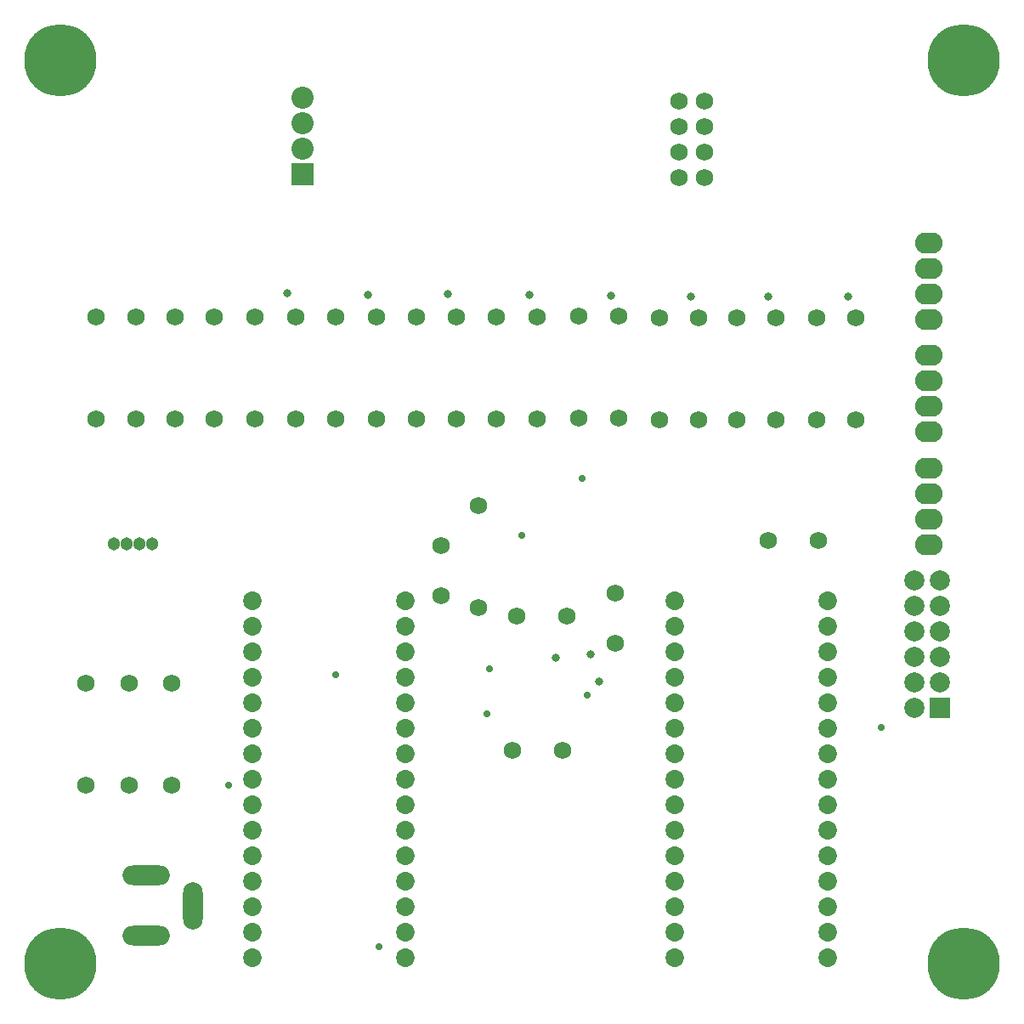
<source format=gbs>
G04 Layer_Color=8150272*
%FSLAX43Y43*%
%MOMM*%
G71*
G01*
G75*
%ADD41C,1.727*%
%ADD42C,1.303*%
%ADD43C,1.854*%
%ADD44O,1.953X4.703*%
%ADD45O,4.703X1.953*%
%ADD46O,2.743X2.108*%
%ADD47C,2.003*%
%ADD48R,2.003X2.003*%
%ADD49C,2.203*%
%ADD50R,2.203X2.203*%
%ADD51C,0.703*%
%ADD52C,7.203*%
%ADD53C,0.803*%
D41*
X75225Y61875D02*
D03*
Y56875D02*
D03*
X65050Y46200D02*
D03*
X70050D02*
D03*
X61675Y70600D02*
D03*
Y60440D02*
D03*
X57913Y66628D02*
D03*
Y61628D02*
D03*
X31075Y52879D02*
D03*
Y42719D02*
D03*
X26800Y52879D02*
D03*
Y42719D02*
D03*
X22525Y52879D02*
D03*
Y42719D02*
D03*
X31400Y89385D02*
D03*
Y79225D02*
D03*
X35325D02*
D03*
Y89385D02*
D03*
X23550D02*
D03*
Y79225D02*
D03*
X27475D02*
D03*
Y89385D02*
D03*
X59475Y89428D02*
D03*
Y79268D02*
D03*
X63443D02*
D03*
Y89428D02*
D03*
X67452D02*
D03*
Y79268D02*
D03*
X55466Y89428D02*
D03*
Y79268D02*
D03*
X51459D02*
D03*
Y89428D02*
D03*
X47451D02*
D03*
Y79268D02*
D03*
X43392D02*
D03*
Y89428D02*
D03*
X39383D02*
D03*
Y79268D02*
D03*
X84175Y110875D02*
D03*
X81635D02*
D03*
X84175Y108335D02*
D03*
X81635D02*
D03*
X84175Y105795D02*
D03*
X81635D02*
D03*
X84175Y103255D02*
D03*
X81635D02*
D03*
X95500Y67175D02*
D03*
X90500D02*
D03*
X75570Y89486D02*
D03*
Y79326D02*
D03*
X91266Y79176D02*
D03*
Y89336D02*
D03*
X99227Y79201D02*
D03*
Y89361D02*
D03*
X83605D02*
D03*
Y79201D02*
D03*
X79698D02*
D03*
Y89361D02*
D03*
X87359Y89336D02*
D03*
Y79176D02*
D03*
X95320Y89361D02*
D03*
Y79201D02*
D03*
X71663Y89486D02*
D03*
Y79326D02*
D03*
X70450Y59650D02*
D03*
X65450D02*
D03*
D42*
X25295Y66825D02*
D03*
X26565D02*
D03*
X27835D02*
D03*
X29105D02*
D03*
D43*
X96420Y33214D02*
D03*
Y43374D02*
D03*
Y40834D02*
D03*
Y38294D02*
D03*
Y35754D02*
D03*
Y30674D02*
D03*
Y28134D02*
D03*
Y25594D02*
D03*
Y45914D02*
D03*
Y48454D02*
D03*
Y50994D02*
D03*
Y53534D02*
D03*
Y56074D02*
D03*
Y58614D02*
D03*
Y61154D02*
D03*
X81180Y25594D02*
D03*
Y28134D02*
D03*
Y30674D02*
D03*
Y33214D02*
D03*
Y35754D02*
D03*
Y38294D02*
D03*
Y40834D02*
D03*
Y43374D02*
D03*
Y45914D02*
D03*
Y48454D02*
D03*
Y50994D02*
D03*
Y53534D02*
D03*
Y56074D02*
D03*
Y58614D02*
D03*
Y61154D02*
D03*
X39155Y61129D02*
D03*
Y58589D02*
D03*
Y56049D02*
D03*
Y53509D02*
D03*
Y50969D02*
D03*
Y48429D02*
D03*
Y45889D02*
D03*
Y43349D02*
D03*
Y40809D02*
D03*
Y38269D02*
D03*
Y35729D02*
D03*
Y33189D02*
D03*
Y30649D02*
D03*
Y28109D02*
D03*
Y25569D02*
D03*
X54395Y61129D02*
D03*
Y58589D02*
D03*
Y56049D02*
D03*
Y53509D02*
D03*
Y50969D02*
D03*
Y48429D02*
D03*
Y45889D02*
D03*
Y25569D02*
D03*
Y28109D02*
D03*
Y30649D02*
D03*
Y33189D02*
D03*
Y35729D02*
D03*
Y38269D02*
D03*
Y40809D02*
D03*
Y43349D02*
D03*
D44*
X33225Y30750D02*
D03*
D45*
X28525Y33750D02*
D03*
Y27750D02*
D03*
D46*
X106550Y96785D02*
D03*
Y94245D02*
D03*
Y91705D02*
D03*
Y89165D02*
D03*
Y85585D02*
D03*
Y83045D02*
D03*
Y80505D02*
D03*
Y77965D02*
D03*
Y74360D02*
D03*
Y71820D02*
D03*
Y69280D02*
D03*
Y66740D02*
D03*
D47*
X107590Y63175D02*
D03*
Y60635D02*
D03*
Y58095D02*
D03*
Y55555D02*
D03*
Y53015D02*
D03*
X105050Y50475D02*
D03*
Y53015D02*
D03*
Y55555D02*
D03*
Y58095D02*
D03*
Y60635D02*
D03*
Y63175D02*
D03*
D48*
X107590Y50475D02*
D03*
D49*
X44150Y111270D02*
D03*
Y108730D02*
D03*
Y106190D02*
D03*
D50*
Y103650D02*
D03*
D51*
X65925Y67625D02*
D03*
X62750Y54350D02*
D03*
X72000Y73325D02*
D03*
X72479Y51753D02*
D03*
X62500Y49850D02*
D03*
X47451Y53726D02*
D03*
X51725Y26700D02*
D03*
X36756Y42719D02*
D03*
X101725Y48550D02*
D03*
D52*
X110000Y115000D02*
D03*
X20000D02*
D03*
Y25000D02*
D03*
X110000D02*
D03*
D53*
X42565Y91810D02*
D03*
X66725Y91575D02*
D03*
X58589Y91664D02*
D03*
X50625Y91600D02*
D03*
X82833Y91471D02*
D03*
X90483Y91421D02*
D03*
X98458Y91446D02*
D03*
X74807Y91557D02*
D03*
X72850Y55775D02*
D03*
X73675Y53075D02*
D03*
X69350Y55475D02*
D03*
M02*

</source>
